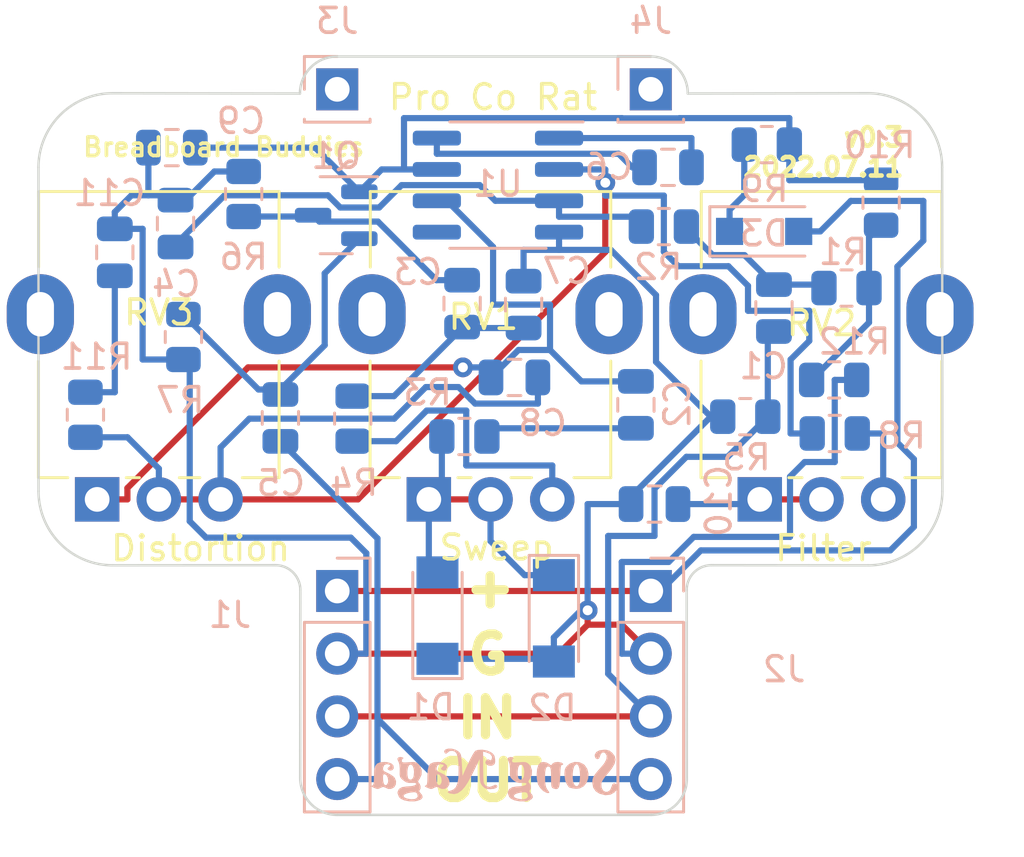
<source format=kicad_pcb>
(kicad_pcb (version 20211014) (generator pcbnew)
  (layers (0 "F.Cu" signal) (31 "B.Cu" signal) (34 "B.Paste" user) (35 "F.Paste" user) (36 "B.SilkS" user "B.Silkscreen") (37 "F.SilkS" user "F.Silkscreen") (38 "B.Mask" user) (39 "F.Mask" user) (44 "Edge.Cuts" user))
  (net 0 "")
  (net 1 "VA")
  (net 2 "GND")
  (net 3 "INPUT")
  (net 4 "Net-(C2-Pad2)")
  (net 5 "Net-(C3-Pad2)")
  (net 6 "Net-(C5-Pad1)")
  (net 7 "Net-(C6-Pad1)")
  (net 8 "OUTPUT")
  (net 9 "Net-(C2-Pad1)")
  (net 10 "Net-(C10-Pad1)")
  (net 11 "Net-(D3-Pad1)")
  (net 12 "+9V")
  (net 13 "VB")
  (net 14 "Net-(R4-Pad1)")
  (net 15 "Net-(R8-Pad1)")
  (net 17 "Net-(C1-Pad2)")
  (net 18 "Net-(C4-Pad1)")
  (net 19 "Net-(C6-Pad2)")
  (net 20 "Net-(C8-Pad1)")
  (net 21 "Net-(C11-Pad1)")
  (net 22 "Net-(C3-Pad1)")
  (net 23 "Net-(D1-Pad2)")
  (footprint "Potentiometer_THT:Potentiometer_Alpha_RD901F-40-00D_Single_Vertical" (layer "F.Cu") (at 33.11 40.85 90)
    (fp_text reference "RV1" (at 7.39 2.21) (layer "F.SilkS"))
    (fp_text value "A100K")
    (pad "" thru_hole oval (at 7.5 -2.3 180) (size 2.72 3.24) (drill oval 1.1 1.8) (layers *.Cu *.Mask))
    (pad "" thru_hole oval (at 7.5 7.3 180) (size 2.72 3.24) (drill oval 1.1 1.8) (layers *.Cu *.Mask))
    (pad "1" thru_hole rect (at 0 0 180) (size 1.8 1.8) (drill 1) (layers *.Cu *.Mask) (net 23 "Net-(D1-Pad2)"))
    (pad "2" thru_hole circle (at 0 2.5 180) (size 1.8 1.8) (drill 1) (layers *.Cu *.Mask) (net 23 "Net-(D1-Pad2)"))
    (pad "3" thru_hole circle (at 0 5 180) (size 1.8 1.8) (drill 1) (layers *.Cu *.Mask) (net 14 "Net-(R4-Pad1)"))
  )
  (footprint "Potentiometer_THT:Potentiometer_Alpha_RD901F-40-00D_Single_Vertical" (layer "F.Cu") (at 46.515 40.85 90)
    (fp_text reference "RV2" (at 7.14 2.5) (layer "F.SilkS"))
    (fp_text value "B1k")
    (pad "" thru_hole oval (at 7.5 -2.3 180) (size 2.72 3.24) (drill oval 1.1 1.8) (layers *.Cu *.Mask))
    (pad "" thru_hole oval (at 7.5 7.3 180) (size 2.72 3.24) (drill oval 1.1 1.8) (layers *.Cu *.Mask))
    (pad "1" thru_hole rect (at 0 0 180) (size 1.8 1.8) (drill 1) (layers *.Cu *.Mask) (net 10 "Net-(C10-Pad1)"))
    (pad "2" thru_hole circle (at 0 2.5 180) (size 1.8 1.8) (drill 1) (layers *.Cu *.Mask) (net 10 "Net-(C10-Pad1)"))
    (pad "3" thru_hole circle (at 0 5 180) (size 1.8 1.8) (drill 1) (layers *.Cu *.Mask) (net 15 "Net-(R8-Pad1)"))
  )
  (footprint "Potentiometer_THT:Potentiometer_Alpha_RD901F-40-00D_Single_Vertical" (layer "F.Cu") (at 19.675 40.85 90)
    (fp_text reference "RV3" (at 7.57 2.5) (layer "F.SilkS"))
    (fp_text value "A100k")
    (pad "" thru_hole oval (at 7.5 7.3 180) (size 2.72 3.24) (drill oval 1.1 1.8) (layers *.Cu *.Mask))
    (pad "" thru_hole oval (at 7.5 -2.3 180) (size 2.72 3.24) (drill oval 1.1 1.8) (layers *.Cu *.Mask))
    (pad "1" thru_hole rect (at 0 0 180) (size 1.8 1.8) (drill 1) (layers *.Cu *.Mask) (net 9 "Net-(C2-Pad1)"))
    (pad "2" thru_hole circle (at 0 2.5 180) (size 1.8 1.8) (drill 1) (layers *.Cu *.Mask) (net 20 "Net-(C8-Pad1)"))
    (pad "3" thru_hole circle (at 0 5 180) (size 1.8 1.8) (drill 1) (layers *.Cu *.Mask) (net 20 "Net-(C8-Pad1)"))
  )
  (footprint "Package_SO:SOIC-8_3.9x4.9mm_P1.27mm" (layer "B.Cu") (at 35.91 28.12 180)
    (fp_text reference "U1" (at 0 0.05) (layer "B.SilkS") (effects (justify mirror)))
    (fp_text value "LM308N")
    (pad "1" smd roundrect (at -2.475 1.905 180) (size 1.95 0.6) (layers "B.Cu" "B.Paste" "B.Mask") (net 19 "Net-(C6-Pad2)"))
    (pad "2" smd roundrect (at -2.475 0.635 180) (size 1.95 0.6) (layers "B.Cu" "B.Paste" "B.Mask") (net 20 "Net-(C8-Pad1)"))
    (pad "3" smd roundrect (at -2.475 -0.635 180) (size 1.95 0.6) (layers "B.Cu" "B.Paste" "B.Mask") (net 18 "Net-(C4-Pad1)"))
    (pad "4" smd roundrect (at -2.475 -1.905 180) (size 1.95 0.6) (layers "B.Cu" "B.Paste" "B.Mask") (net 2 "GND"))
    (pad "5" smd roundrect (at 2.475 -1.905 180) (size 1.95 0.6) (layers "B.Cu" "B.Paste" "B.Mask"))
    (pad "6" smd roundrect (at 2.475 -0.635 180) (size 1.95 0.6) (layers "B.Cu" "B.Paste" "B.Mask") (net 9 "Net-(C2-Pad1)"))
    (pad "7" smd roundrect (at 2.475 0.635 180) (size 1.95 0.6) (layers "B.Cu" "B.Paste" "B.Mask") (net 1 "VA"))
    (pad "8" smd roundrect (at 2.475 1.905 180) (size 1.95 0.6) (layers "B.Cu" "B.Paste" "B.Mask") (net 7 "Net-(C6-Pad1)"))
  )
  (footprint "Resistor_SMD:R_0805_2012Metric" (layer "B.Cu") (at 45.928 37.5)
    (fp_text reference "R5" (at 0.05 1.65 180) (layer "B.SilkS") (effects (justify mirror)))
    (fp_text value "1M")
    (pad "1" smd roundrect (at -0.9125 0) (size 1.025 1.4) (layers "B.Cu" "B.Paste" "B.Mask") (roundrect_rratio 0.243902) (net 2 "GND"))
    (pad "2" smd roundrect (at 0.9125 0) (size 1.025 1.4) (layers "B.Cu" "B.Paste" "B.Mask") (roundrect_rratio 0.243902) (net 3 "INPUT"))
  )
  (footprint "Resistor_SMD:R_0805_2012Metric" (layer "B.Cu") (at 25.61 28.48 -90)
    (fp_text reference "R6" (at 2.55 0 180) (layer "B.SilkS") (effects (justify mirror)))
    (fp_text value "1M")
    (pad "1" smd roundrect (at -0.9125 0 270) (size 1.025 1.4) (layers "B.Cu" "B.Paste" "B.Mask") (roundrect_rratio 0.243902) (net 2 "GND"))
    (pad "2" smd roundrect (at 0.9125 0 270) (size 1.025 1.4) (layers "B.Cu" "B.Paste" "B.Mask") (roundrect_rratio 0.243902) (net 5 "Net-(C3-Pad2)"))
  )
  (footprint "LOGO" (layer "B.Cu") (at 35.76 51.8 180)
    (fp_text reference "G1" hide)
    (fp_text value "LOGO" hide)
  )
  (footprint "Capacitor_SMD:C_0805_2012Metric" (layer "B.Cu") (at 36.948 32.96 -90)
    (fp_text reference "C7" (at -1.36 -1.75 180) (layer "B.SilkS") (effects (justify mirror)))
    (fp_text value "3.3nF")
    (pad "1" smd roundrect (at -0.95 0 270) (size 1 1.45) (layers "B.Cu" "B.Paste" "B.Mask") (net 2 "GND"))
    (pad "2" smd roundrect (at 0.95 0 270) (size 1 1.45) (layers "B.Cu" "B.Paste" "B.Mask") (net 22 "Net-(C3-Pad1)"))
  )
  (footprint "Capacitor_SMD:C_0805_2012Metric" (layer "B.Cu") (at 41.498 37.02 -90)
    (fp_text reference "C2" (at -0.04 -1.68 -90) (layer "B.SilkS") (effects (justify mirror)))
    (fp_text value "4.7uF")
    (pad "1" smd roundrect (at -0.95 0 270) (size 1 1.45) (layers "B.Cu" "B.Paste" "B.Mask") (net 9 "Net-(C2-Pad1)"))
    (pad "2" smd roundrect (at 0.95 0 270) (size 1 1.45) (layers "B.Cu" "B.Paste" "B.Mask") (net 4 "Net-(C2-Pad2)"))
  )
  (footprint "Resistor_SMD:R_0805_2012Metric" (layer "B.Cu") (at 46.8 26.48)
    (fp_text reference "R9" (at -0.1 1.8) (layer "B.SilkS") (effects (justify mirror)))
    (fp_text value "47R")
    (pad "1" smd roundrect (at -0.9125 0) (size 1.025 1.4) (layers "B.Cu" "B.Paste" "B.Mask") (roundrect_rratio 0.243902) (net 11 "Net-(D3-Pad1)"))
    (pad "2" smd roundrect (at 0.9125 0) (size 1.025 1.4) (layers "B.Cu" "B.Paste" "B.Mask") (roundrect_rratio 0.243902) (net 1 "VA"))
  )
  (footprint "Connector_PinSocket_2.54mm:PinSocket_1x01_P2.54mm_Vertical" (layer "B.Cu") (at 42.1 24.24 180)
    (fp_text reference "J4" (at 0 2.77) (layer "B.SilkS") (effects (justify mirror)))
    (fp_text value "Conn_01x01_Male")
    (pad "1" thru_hole rect (at 0 0 180) (size 1.7 1.7) (drill 1) (layers *.Cu *.Mask))
  )
  (footprint "Resistor_SMD:R_0805_2012Metric" (layer "B.Cu") (at 23.17 34.272 90)
    (fp_text reference "R7" (at -2.56 -0.13 180) (layer "B.SilkS") (effects (justify mirror)))
    (fp_text value "10k")
    (pad "1" smd roundrect (at -0.9125 0 90) (size 1.025 1.4) (layers "B.Cu" "B.Paste" "B.Mask") (roundrect_rratio 0.243902) (net 2 "GND"))
    (pad "2" smd roundrect (at 0.9125 0 90) (size 1.025 1.4) (layers "B.Cu" "B.Paste" "B.Mask") (roundrect_rratio 0.243902) (net 6 "Net-(C5-Pad1)"))
  )
  (footprint "Resistor_SMD:R_0805_2012Metric" (layer "B.Cu") (at 49.528 36.01 180)
    (fp_text reference "R12" (at -0.82 1.55 180) (layer "B.SilkS") (effects (justify mirror)))
    (fp_text value "100k")
    (pad "1" smd roundrect (at -0.9125 0 180) (size 1.025 1.4) (layers "B.Cu" "B.Paste" "B.Mask") (roundrect_rratio 0.243902) (net 2 "GND"))
    (pad "2" smd roundrect (at 0.9125 0 180) (size 1.025 1.4) (layers "B.Cu" "B.Paste" "B.Mask") (roundrect_rratio 0.243902) (net 13 "VB"))
  )
  (footprint "Resistor_SMD:R_0805_2012Metric" (layer "B.Cu") (at 49.552 38.18 180)
    (fp_text reference "R8" (at -2.71 -0.09) (layer "B.SilkS") (effects (justify mirror)))
    (fp_text value "47R")
    (pad "1" smd roundrect (at -0.9125 0 180) (size 1.025 1.4) (layers "B.Cu" "B.Paste" "B.Mask") (roundrect_rratio 0.243902) (net 15 "Net-(R8-Pad1)"))
    (pad "2" smd roundrect (at 0.9125 0 180) (size 1.025 1.4) (layers "B.Cu" "B.Paste" "B.Mask") (roundrect_rratio 0.243902) (net 20 "Net-(C8-Pad1)"))
  )
  (footprint "Capacitor_SMD:C_0805_2012Metric" (layer "B.Cu") (at 34.458 32.92 90)
    (fp_text reference "C3" (at 1.28 -1.79 180) (layer "B.SilkS") (effects (justify mirror)))
    (fp_text value "22nF")
    (pad "1" smd roundrect (at -0.95 0 90) (size 1 1.45) (layers "B.Cu" "B.Paste" "B.Mask") (net 22 "Net-(C3-Pad1)"))
    (pad "2" smd roundrect (at 0.95 0 90) (size 1 1.45) (layers "B.Cu" "B.Paste" "B.Mask") (net 5 "Net-(C3-Pad2)"))
  )
  (footprint "Resistor_SMD:R_0805_2012Metric" (layer "B.Cu") (at 30.028 37.58 90)
    (fp_text reference "R4" (at -2.6 0.05 180) (layer "B.SilkS") (effects (justify mirror)))
    (fp_text value "1.5k")
    (pad "1" smd roundrect (at -0.9125 0 90) (size 1.025 1.4) (layers "B.Cu" "B.Paste" "B.Mask") (roundrect_rratio 0.243902) (net 14 "Net-(R4-Pad1)"))
    (pad "2" smd roundrect (at 0.9125 0 90) (size 1.025 1.4) (layers "B.Cu" "B.Paste" "B.Mask") (roundrect_rratio 0.243902) (net 22 "Net-(C3-Pad1)"))
  )
  (footprint "Capacitor_SMD:C_0805_2012Metric" (layer "B.Cu") (at 36.578 35.91 180)
    (fp_text reference "C8" (at -1.14 -1.85) (layer "B.SilkS") (effects (justify mirror)))
    (fp_text value "100pF")
    (pad "1" smd roundrect (at -0.95 0 180) (size 1 1.45) (layers "B.Cu" "B.Paste" "B.Mask") (net 20 "Net-(C8-Pad1)"))
    (pad "2" smd roundrect (at 0.95 0 180) (size 1 1.45) (layers "B.Cu" "B.Paste" "B.Mask") (net 9 "Net-(C2-Pad1)"))
  )
  (footprint "Capacitor_SMD:C_0805_2012Metric" (layer "B.Cu") (at 27.098 37.55 -90)
    (fp_text reference "C5" (at 2.65 -0.02 180) (layer "B.SilkS") (effects (justify mirror)))
    (fp_text value "1uF")
    (pad "1" smd roundrect (at -0.95 0 270) (size 1 1.45) (layers "B.Cu" "B.Paste" "B.Mask") (net 6 "Net-(C5-Pad1)"))
    (pad "2" smd roundrect (at 0.95 0 270) (size 1 1.45) (layers "B.Cu" "B.Paste" "B.Mask") (net 8 "OUTPUT"))
  )
  (footprint "Resistor_SMD:R_0805_2012Metric" (layer "B.Cu") (at 34.55 38.302 180)
    (fp_text reference "R3" (at 1.49 1.78) (layer "B.SilkS") (effects (justify mirror)))
    (fp_text value "1k")
    (pad "1" smd roundrect (at -0.9125 0 180) (size 1.025 1.4) (layers "B.Cu" "B.Paste" "B.Mask") (roundrect_rratio 0.243902) (net 4 "Net-(C2-Pad2)"))
    (pad "2" smd roundrect (at 0.9125 0 180) (size 1.025 1.4) (layers "B.Cu" "B.Paste" "B.Mask") (roundrect_rratio 0.243902) (net 23 "Net-(D1-Pad2)"))
  )
  (footprint "Resistor_SMD:R_0805_2012Metric" (layer "B.Cu") (at 50.028 32.29 180)
    (fp_text reference "R1" (at 0.14 1.46) (layer "B.SilkS") (effects (justify mirror)))
    (fp_text value "1M")
    (pad "1" smd roundrect (at -0.9125 0 180) (size 1.025 1.4) (layers "B.Cu" "B.Paste" "B.Mask") (roundrect_rratio 0.243902) (net 13 "VB"))
    (pad "2" smd roundrect (at 0.9125 0 180) (size 1.025 1.4) (layers "B.Cu" "B.Paste" "B.Mask") (roundrect_rratio 0.243902) (net 17 "Net-(C1-Pad2)"))
  )
  (footprint "Connector_PinHeader_2.54mm:PinHeader_1x04_P2.54mm_Vertical" (layer "B.Cu") (at 42.1 44.56 180)
    (fp_text reference "J2" (at -5.4 -3.17) (layer "B.SilkS") (effects (justify mirror)))
    (fp_text value "Conn_01x04_Male")
    (pad "1" thru_hole rect (at 0 0 180) (size 1.7 1.7) (drill 1) (layers *.Cu *.Mask) (net 12 "+9V"))
    (pad "2" thru_hole oval (at 0 -2.54 180) (size 1.7 1.7) (drill 1) (layers *.Cu *.Mask) (net 2 "GND"))
    (pad "3" thru_hole oval (at 0 -5.08 180) (size 1.7 1.7) (drill 1) (layers *.Cu *.Mask) (net 3 "INPUT"))
    (pad "4" thru_hole oval (at 0 -7.62 180) (size 1.7 1.7) (drill 1) (layers *.Cu *.Mask) (net 8 "OUTPUT"))
  )
  (footprint "Package_TO_SOT_SMD:SOT-23" (layer "B.Cu") (at 29.3586 29.3394 180)
    (fp_text reference "Q1" (at 0 2.4) (layer "B.SilkS") (effects (justify mirror)))
    (fp_text value "2N5457")
    (pad "1" smd roundrect (at -0.9375 0.95 180) (size 1.475 0.6) (layers "B.Cu" "B.Paste" "B.Mask") (net 1 "VA"))
    (pad "2" smd roundrect (at -0.9375 -0.95 180) (size 1.475 0.6) (layers "B.Cu" "B.Paste" "B.Mask") (net 6 "Net-(C5-Pad1)"))
    (pad "3" smd roundrect (at 0.9375 0 180) (size 1.475 0.6) (layers "B.Cu" "B.Paste" "B.Mask") (net 5 "Net-(C3-Pad2)"))
  )
  (footprint "Resistor_SMD:R_0805_2012Metric" (layer "B.Cu") (at 51.43 28.832 -90)
    (fp_text reference "R10" (at -2.33 0.06 180) (layer "B.SilkS") (effects (justify mirror)))
    (fp_text value "100k")
    (pad "1" smd roundrect (at -0.9125 0 270) (size 1.025 1.4) (layers "B.Cu" "B.Paste" "B.Mask") (roundrect_rratio 0.243902) (net 1 "VA"))
    (pad "2" smd roundrect (at 0.9125 0 270) (size 1.025 1.4) (layers "B.Cu" "B.Paste" "B.Mask") (roundrect_rratio 0.243902) (net 13 "VB"))
  )
  (footprint "Diode_SMD:D_MiniMELF" (layer "B.Cu") (at 38.175 45.668 -90)
    (fp_text reference "D2" (at 3.63 0.06 180) (layer "B.SilkS") (effects (justify mirror)))
    (fp_text value "D_Small")
    (pad "1" smd rect (at -1.75 0 270) (size 1.3 1.7) (layers "B.Cu" "B.Paste" "B.Mask") (net 23 "Net-(D1-Pad2)"))
    (pad "2" smd rect (at 1.75 0 270) (size 1.3 1.7) (layers "B.Cu" "B.Paste" "B.Mask") (net 2 "GND"))
  )
  (footprint "Capacitor_SMD:C_0805_2012Metric" (layer "B.Cu") (at 42.798 27.4)
    (fp_text reference "C6" (at -2.4 -0.02) (layer "B.SilkS") (effects (justify mirror)))
    (fp_text value "30pF")
    (pad "1" smd roundrect (at -0.95 0) (size 1 1.45) (layers "B.Cu" "B.Paste" "B.Mask") (net 7 "Net-(C6-Pad1)"))
    (pad "2" smd roundrect (at 0.95 0) (size 1 1.45) (layers "B.Cu" "B.Paste" "B.Mask") (net 19 "Net-(C6-Pad2)"))
  )
  (footprint "Connector_PinHeader_2.54mm:PinHeader_1x04_P2.54mm_Vertical" (layer "B.Cu") (at 29.4 44.56 180)
    (fp_text reference "J1" (at 4.35 -0.97) (layer "B.SilkS") (effects (justify mirror)))
    (fp_text value "Conn_01x04_Male")
    (pad "1" thru_hole rect (at 0 0 180) (size 1.7 1.7) (drill 1) (layers *.Cu *.Mask) (net 12 "+9V"))
    (pad "2" thru_hole oval (at 0 -2.54 180) (size 1.7 1.7) (drill 1) (layers *.Cu *.Mask) (net 2 "GND"))
    (pad "3" thru_hole oval (at 0 -5.08 180) (size 1.7 1.7) (drill 1) (layers *.Cu *.Mask) (net 3 "INPUT"))
    (pad "4" thru_hole oval (at 0 -7.62 180) (size 1.7 1.7) (drill 1) (layers *.Cu *.Mask) (net 8 "OUTPUT"))
  )
  (footprint "Resistor_SMD:R_0805_2012Metric" (layer "B.Cu") (at 42.63 29.8 180)
    (fp_text reference "R2" (at 0.23 -1.64) (layer "B.SilkS") (effects (justify mirror)))
    (fp_text value "1k")
    (pad "1" smd roundrect (at -0.9125 0 180) (size 1.025 1.4) (layers "B.Cu" "B.Paste" "B.Mask") (roundrect_rratio 0.243902) (net 17 "Net-(C1-Pad2)"))
    (pad "2" smd roundrect (at 0.9125 0 180) (size 1.025 1.4) (layers "B.Cu" "B.Paste" "B.Mask") (roundrect_rratio 0.243902) (net 18 "Net-(C4-Pad1)"))
  )
  (footprint "Connector_PinSocket_2.54mm:PinSocket_1x01_P2.54mm_Vertical" (layer "B.Cu") (at 29.4 24.24 180)
    (fp_text reference "J3" (at 0 2.77) (layer "B.SilkS") (effects (justify mirror)))
    (fp_text value "Conn_01x01_Male")
    (pad "1" thru_hole rect (at 0 0 180) (size 1.7 1.7) (drill 1) (layers *.Cu *.Mask))
  )
  (footprint "Capacitor_SMD:C_0805_2012Metric" (layer "B.Cu") (at 20.39 30.842 90)
    (fp_text reference "C11" (at 2.4 -0.22 180) (layer "B.SilkS") (effects (justify mirror)))
    (fp_text value "4.7uF")
    (pad "1" smd roundrect (at -0.95 0 90) (size 1 1.45) (layers "B.Cu" "B.Paste" "B.Mask") (net 21 "Net-(C11-Pad1)"))
    (pad "2" smd roundrect (at 0.95 0 90) (size 1 1.45) (layers "B.Cu" "B.Paste" "B.Mask") (net 2 "GND"))
  )
  (footprint "Diode_SMD:D_SOD-123F" (layer "B.Cu") (at 46.692 29.995)
    (fp_text reference "D3" (at -0.007 0.085 180) (layer "B.SilkS") (effects (justify mirror)))
    (fp_text value "SM5817")
    (pad "1" smd rect (at -1.4 0) (size 1.1 1.1) (layers "B.Cu" "B.Paste" "B.Mask") (net 11 "Net-(D3-Pad1)"))
    (pad "2" smd rect (at 1.4 0) (size 1.1 1.1) (layers "B.Cu" "B.Paste" "B.Mask") (net 12 "+9V"))
  )
  (footprint "Resistor_SMD:R_0805_2012Metric" (layer "B.Cu") (at 19.2 37.422 -90)
    (fp_text reference "R11" (at -2.35 -0.45 180) (layer "B.SilkS") (effects (justify mirror)))
    (fp_text value "560R")
    (pad "1" smd roundrect (at -0.9125 0 270) (size 1.025 1.4) (layers "B.Cu" "B.Paste" "B.Mask") (roundrect_rratio 0.243902) (net 21 "Net-(C11-Pad1)"))
    (pad "2" smd roundrect (at 0.9125 0 270) (size 1.025 1.4) (layers "B.Cu" "B.Paste" "B.Mask") (roundrect_rratio 0.243902) (net 20 "Net-(C8-Pad1)"))
  )
  (footprint "Capacitor_SMD:C_0805_2012Metric" (layer "B.Cu") (at 42.252 41.04 180)
    (fp_text reference "C10" (at -2.6 0.13 90) (layer "B.SilkS") (effects (justify mirror)))
    (fp_text value "2.2uF")
    (pad "1" smd roundrect (at -0.95 0 180) (size 1 1.45) (layers "B.Cu" "B.Paste" "B.Mask") (net 10 "Net-(C10-Pad1)"))
    (pad "2" smd roundrect (at 0.95 0 180) (size 1 1.45) (layers "B.Cu" "B.Paste" "B.Mask") (net 2 "GND"))
  )
  (footprint "Capacitor_SMD:C_0805_2012Metric" (layer "B.Cu") (at 22.85 29.678 90)
    (fp_text reference "C4" (at -2.45 0.03 180) (layer "B.SilkS") (effects (justify mirror)))
    (fp_text value "1nF")
    (pad "1" smd roundrect (at -0.95 0 90) (size 1 1.45) (layers "B.Cu" "B.Paste" "B.Mask") (net 18 "Net-(C4-Pad1)"))
    (pad "2" smd roundrect (at 0.95 0 90) (size 1 1.45) (layers "B.Cu" "B.Paste" "B.Mask") (net 2 "GND"))
  )
  (footprint "Capacitor_SMD:C_0805_2012Metric" (layer "B.Cu") (at 22.7005 26.602 180)
    (fp_text reference "C9" (at -2.8 1.08) (layer "B.SilkS") (effects (justify mirror)))
    (fp_text value "100nF")
    (pad "1" smd roundrect (at -0.95 0 180) (size 1 1.45) (layers "B.Cu" "B.Paste" "B.Mask") (net 1 "VA"))
    (pad "2" smd roundrect (at 0.95 0 180) (size 1 1.45) (layers "B.Cu" "B.Paste" "B.Mask") (net 2 "GND"))
  )
  (footprint "Capacitor_SMD:C_0805_2012Metric" (layer "B.Cu") (at 47.0905 33.1 90)
    (fp_text reference "C1" (at -2.36 -0.42 180) (layer "B.SilkS") (effects (justify mirror)))
    (fp_text value "22n")
    (pad "1" smd roundrect (at -0.95 0 90) (size 1 1.45) (layers "B.Cu" "B.Paste" "B.Mask") (net 3 "INPUT"))
    (pad "2" smd roundrect (at 0.95 0 90) (size 1 1.45) (layers "B.Cu" "B.Paste" "B.Mask") (net 17 "Net-(C1-Pad2)"))
  )
  (footprint "Diode_SMD:D_MiniMELF" (layer "B.Cu") (at 33.46 45.558 90)
    (fp_text reference "D1" (at -3.712 -0.272 180) (layer "B.SilkS") (effects (justify mirror)))
    (fp_text value "D_Small")
    (pad "1" smd rect (at -1.75 0 90) (size 1.3 1.7) (layers "B.Cu" "B.Paste" "B.Mask") (net 2 "GND"))
    (pad "2" smd rect (at 1.75 0 90) (size 1.3 1.7) (layers "B.Cu" "B.Paste" "B.Mask") (net 23 "Net-(D1-Pad2)"))
  )
  (gr_arc (start 53.911666 40.52) (mid 53.032498 42.642498) (end 50.91 43.521666) (layer "Edge.Cuts") (width 0.1))
  (gr_line (start 44.56 43.515013) (end 50.91 43.521666) (layer "Edge.Cuts") (width 0.1))
  (gr_line (start 42.11 53.630137) (end 29.4 53.630137) (layer "Edge.Cuts") (width 0.1))
  (gr_line (start 27.904987 44.52) (end 27.899867 52.13) (layer "Edge.Cuts") (width 0.1))
  (gr_line (start 42.1001 22.909967) (end 29.39 22.909967) (layer "Edge.Cuts") (width 0.1))
  (gr_line (start 53.911666 40.52) (end 53.901666 27.4) (layer "Edge.Cuts") (width 0.1))
  (gr_arc (start 43.560137 52.18) (mid 43.135402 53.205402) (end 42.11 53.630137) (layer "Edge.Cuts") (width 0.1))
  (gr_line (start 43.560137 52.18) (end 43.555013 44.52) (layer "Edge.Cuts") (width 0.1))
  (gr_arc (start 26.9 43.515013) (mid 27.610633 43.809367) (end 27.904987 44.52) (layer "Edge.Cuts") (width 0.1))
  (gr_arc (start 50.9 24.398334) (mid 53.022498 25.277502) (end 53.901666 27.4) (layer "Edge.Cuts") (width 0.1))
  (gr_line (start 50.9 24.398334) (end 43.600133 24.41) (layer "Edge.Cuts") (width 0.1))
  (gr_arc (start 43.555013 44.52) (mid 43.849367 43.809367) (end 44.56 43.515013) (layer "Edge.Cuts") (width 0.1))
  (gr_arc (start 17.298334 27.4) (mid 18.177502 25.277502) (end 20.3 24.398334) (layer "Edge.Cuts") (width 0.1))
  (gr_arc (start 42.1001 22.909967) (mid 43.160784 23.349316) (end 43.600133 24.41) (layer "Edge.Cuts") (width 0.1))
  (gr_arc (start 29.4 53.630133) (mid 28.339246 53.190754) (end 27.899867 52.13) (layer "Edge.Cuts") (width 0.1))
  (gr_line (start 27.89 24.41) (end 20.3 24.398334) (layer "Edge.Cuts") (width 0.1))
  (gr_arc (start 27.889967 24.41) (mid 28.329316 23.349316) (end 29.39 22.909967) (layer "Edge.Cuts") (width 0.1))
  (gr_line (start 20.3 43.52) (end 26.9 43.515013) (layer "Edge.Cuts") (width 0.1))
  (gr_line (start 17.298334 27.4) (end 17.3 40.52) (layer "Edge.Cuts") (width 0.1))
  (gr_arc (start 20.3 43.52) (mid 18.17868 42.64132) (end 17.3 40.52) (layer "Edge.Cuts") (width 0.1))
  (gr_text "Sweep" (at 35.855 42.8) (layer "F.SilkS") (effects (font (size 1 1))))
  (gr_text "Distortion" (at 23.865 42.83) (layer "F.SilkS") (effects (font (size 1 1))))
  (gr_text "Filter" (at 49.095 42.83) (layer "F.SilkS") (effects (font (size 1 1))))
  (gr_text "Pro Co Rat" (at 35.71 24.56) (layer "F.SilkS") (effects (font (size 1 1))))
  (gr_text "IN" (at 35.475715 49.71) (layer "F.SilkS") (effects (font (size 1.5 1.5) (thickness 0.375))))
  (gr_text "Breadboard Buddies" (at 24.8 26.58) (layer "F.SilkS") (effects (font (size 0.75 0.75))))
  (gr_text "+" (at 35.594762 44.41) (layer "F.SilkS") (effects (font (size 1.5 1.5) (thickness 0.375))))
  (gr_text "OUT" (at 35.49 52.25) (layer "F.SilkS") (effects (font (size 1.5 1.5) (thickness 0.375))))
  (gr_text "v0.3\n2022.07.11" (at 52.43 26.79) (layer "F.SilkS") (effects (font (size 0.75 0.75) (thickness 0.1875)) (justify right)))
  (gr_text "G" (at 35.51381 47.13) (layer "F.SilkS") (effects (font (size 1.5 1.5) (thickness 0.375))))
  (segment (start 32.1045 25.406) (end 32.1045 27.485) (width 0.25) (layer "B.Cu") (net 1))
  (segment (start 47.7125 25.406) (end 43.274511 25.406) (width 0.25) (layer "B.Cu") (net 1))
  (segment (start 43.266 25.414511) (end 40.934 25.414511) (width 0.25) (layer "B.Cu") (net 1))
  (segment (start 43.274511 25.406) (end 43.266 25.414511) (width 0.25) (layer "B.Cu") (net 1))
  (segment (start 32.1045 27.485) (end 31.2005 27.485) (width 0.25) (layer "B.Cu") (net 1))
  (segment (start 31.2005 27.485) (end 30.2961 28.3894) (width 0.25) (layer "B.Cu") (net 1))
  (segment (start 40.925489 25.406) (end 32.1045 25.406) (width 0.25) (layer "B.Cu") (net 1))
  (segment (start 23.6505 26.602) (end 28.5087 26.602) (width 0.25) (layer "B.Cu") (net 1))
  (segment (start 40.934 25.414511) (end 40.925489 25.406) (width 0.25) (layer "B.Cu") (net 1))
  (segment (start 47.7125 26.48) (end 47.7125 25.406) (width 0.25) (layer "B.Cu") (net 1))
  (segment (start 51.43 27.9195) (end 47.7125 27.9195) (width 0.25) (layer "B.Cu") (net 1))
  (segment (start 28.5087 26.602) (end 30.2961 28.3894) (width 0.25) (layer "B.Cu") (net 1))
  (segment (start 47.7125 27.9195) (end 47.7125 26.48) (width 0.25) (layer "B.Cu") (net 1))
  (segment (start 32.1045 27.485) (end 33.435 27.485) (width 0.25) (layer "B.Cu") (net 1))
  (segment (start 40.9247 45.9247) (end 42.1 47.1) (width 0.25) (layer "F.Cu") (net 2))
  (segment (start 39.5435 45.9247) (end 40.9247 45.9247) (width 0.25) (layer "F.Cu") (net 2))
  (segment (start 38.3682 47.1) (end 39.5435 45.9247) (width 0.25) (layer "F.Cu") (net 2))
  (segment (start 29.4 47.1) (end 38.3682 47.1) (width 0.25) (layer "F.Cu") (net 2))
  (segment (start 39.5435 45.9247) (end 39.5435 45.343) (width 0.25) (layer "F.Cu") (net 2))
  (via (at 39.5435 45.343) (size 0.8) (drill 0.4) (layers "F.Cu" "B.Cu") (net 2))
  (segment (start 39.5435 45.343) (end 39.5435 41.04) (width 0.25) (layer "B.Cu") (net 2))
  (segment (start 43.841 42.3687) (end 47.7404 42.3687) (width 0.25) (layer "B.Cu") (net 2))
  (segment (start 41.302 40.7292) (end 44.5312 37.5) (width 0.25) (layer "B.Cu") (net 2))
  (segment (start 30.5779 47.1) (end 30.5779 43.0279) (width 0.25) (layer "B.Cu") (net 2))
  (segment (start 36.948 30.7435) (end 38.385 30.7435) (width 0.25) (layer "B.Cu") (net 2))
  (segment (start 47.7404 39.9296) (end 48.3332 39.3368) (width 0.25) (layer "B.Cu") (net 2))
  (segment (start 38.385 30.7435) (end 40.4822 30.7435) (width 0.25) (layer "B.Cu") (net 2))
  (segment (start 20.39 29.21) (end 20.39 29.892) (width 0.25) (layer "B.Cu") (net 2))
  (segment (start 47.7404 42.3687) (end 47.7404 39.9296) (width 0.25) (layer "B.Cu") (net 2))
  (segment (start 42.1 47.1) (end 40.9247 47.1) (width 0.25) (layer "B.Cu") (net 2))
  (segment (start 21.7505 28.5315) (end 21.0685 28.5315) (width 0.25) (layer "B.Cu") (net 2))
  (segment (start 21.7505 28.5315) (end 22.6535 28.5315) (width 0.25) (layer "B.Cu") (net 2))
  (segment (start 24.0899 42.3999) (end 23.425 41.735) (width 0.25) (layer "B.Cu") (net 2))
  (segment (start 40.9247 43.3847) (end 42.825 43.3847) (width 0.25) (layer "B.Cu") (net 2))
  (segment (start 38.065 47.308) (end 38.175 47.418) (width 0.25) (layer "B.Cu") (net 2))
  (segment (start 29.9499 42.3999) (end 24.0899 42.3999) (width 0.25) (layer "B.Cu") (net 2))
  (segment (start 40.9247 47.1) (end 40.9247 43.3847) (width 0.25) (layer "B.Cu") (net 2))
  (segment (start 21.7505 26.602) (end 21.7505 28.5315) (width 0.25) (layer "B.Cu") (net 2))
  (segment (start 38.175 47.418) (end 38.175 46.4427) (width 0.25) (layer "B.Cu") (net 2))
  (segment (start 39.5435 41.04) (end 41.302 41.04) (width 0.25) (layer "B.Cu") (net 2))
  (segment (start 29.4 47.1) (end 30.5779 47.1) (width 0.25) (layer "B.Cu") (net 2))
  (segment (start 25.61 27.5675) (end 24.4251 27.5675) (width 0.25) (layer "B.Cu") (net 2))
  (segment (start 21.5171 35.1845) (end 21.5171 29.892) (width 0.25) (layer "B.Cu") (net 2))
  (segment (start 48.3332 39.3368) (end 49.552 39.3368) (width 0.25) (layer "B.Cu") (net 2))
  (segment (start 39.2747 45.343) (end 39.5435 45.343) (width 0.25) (layer "B.Cu") (net 2))
  (segment (start 44.5312 37.5) (end 45.0155 37.5) (width 0.25) (layer "B.Cu") (net 2))
  (segment (start 23.2646 28.728) (end 22.85 28.728) (width 0.25) (layer "B.Cu") (net 2))
  (segment (start 41.302 41.04) (end 41.302 40.7292) (width 0.25) (layer "B.Cu") (net 2))
  (segment (start 30.5779 43.0279) (end 29.9499 42.3999) (width 0.25) (layer "B.Cu") (net 2))
  (segment (start 21.0685 28.5315) (end 20.39 29.21) (width 0.25) (layer "B.Cu") (net 2))
  (segment (start 23.425 41.735) (end 23.425 35.4395) (width 0.25) (layer "B.Cu") (net 2))
  (segment (start 49.552 36.01) (end 50.4405 36.01) (width 0.25) (layer "B.Cu") (net 2))
  (segment (start 42.3125 32.5738) (end 42.3125 35.2813) (width 0.25) (layer "B.Cu") (net 2))
  (segment (start 23.425 35.4395) (end 23.17 35.1845) (width 0.25) (layer "B.Cu") (net 2))
  (segment (start 22.6535 28.5315) (end 22.85 28.728) (width 0.25) (layer "B.Cu") (net 2))
  (segment (start 40.4822 30.7435) (end 42.3125 32.5738) (width 0.25) (layer "B.Cu") (net 2))
  (segment (start 42.3125 35.2813) (end 44.5312 37.5) (width 0.25) (layer "B.Cu") (net 2))
  (segment (start 38.385 30.7435) (end 38.385 30.025) (width 0.25) (layer "B.Cu") (net 2))
  (segment (start 42.825 43.3847) (end 43.841 42.3687) (width 0.25) (layer "B.Cu") (net 2))
  (segment (start 24.4251 27.5675) (end 23.2646 28.728) (width 0.25) (layer "B.Cu") (net 2))
  (segment (start 38.175 46.4427) (end 39.2747 45.343) (width 0.25) (layer "B.Cu") (net 2))
  (segment (start 49.552 39.3368) (end 49.552 36.01) (width 0.25) (layer "B.Cu") (net 2))
  (segment (start 21.5171 29.892) (end 20.39 29.892) (width 0.25) (layer "B.Cu") (net 2))
  (segment (start 36.948 32.01) (end 36.948 30.7435) (width 0.25) (layer "B.Cu") (net 2))
  (segment (start 23.17 35.1845) (end 21.5171 35.1845) (width 0.25) (layer "B.Cu") (net 2))
  (segment (start 33.46 47.308) (end 38.065 47.308) (width 0.25) (layer "B.Cu") (net 2))
  (segment (start 29.4 49.64) (end 42.1 49.64) (width 0.25) (layer "F.Cu") (net 3))
  (segment (start 40.3744 47.9144) (end 40.3744 42.33) (width 0.25) (layer "B.Cu") (net 3))
  (segment (start 42.1 49.64) (end 40.3744 47.9144) (width 0.25) (layer "B.Cu") (net 3))
  (segment (start 47.0905 34.05) (end 46.8405 34.3) (width 0.25) (layer "B.Cu") (net 3))
  (segment (start 43.542 39.1261) (end 45.2144 39.1261) (width 0.25) (layer "B.Cu") (net 3))
  (segment (start 45.2144 39.1261) (end 46.8405 37.5) (width 0.25) (layer "B.Cu") (net 3))
  (segment (start 42.252 40.4161) (end 43.542 39.1261) (width 0.25) (layer "B.Cu") (net 3))
  (segment (start 46.8405 34.3) (end 46.8405 37.5) (width 0.25) (layer "B.Cu") (net 3))
  (segment (start 42.252 42.33) (end 42.252 40.4161) (width 0.25) (layer "B.Cu") (net 3))
  (segment (start 40.3744 42.33) (end 42.252 42.33) (width 0.25) (layer "B.Cu") (net 3))
  (segment (start 35.7945 37.97) (end 41.498 37.97) (width 0.25) (layer "B.Cu") (net 4))
  (segment (start 35.4625 38.302) (end 35.7945 37.97) (width 0.25) (layer "B.Cu") (net 4))
  (segment (start 28.368 29.3925) (end 28.4211 29.3394) (width 0.25) (layer "B.Cu") (net 5))
  (segment (start 33.4208 31.97) (end 34.458 31.97) (width 0.25) (layer "B.Cu") (net 5))
  (segment (start 25.61 29.3925) (end 28.368 29.3925) (width 0.25) (layer "B.Cu") (net 5))
  (segment (start 31.0486 29.5978) (end 33.4208 31.97) (width 0.25) (layer "B.Cu") (net 5))
  (segment (start 28.4211 29.3394) (end 28.6795 29.5978) (width 0.25) (layer "B.Cu") (net 5))
  (segment (start 28.6795 29.5978) (end 31.0486 29.5978) (width 0.25) (layer "B.Cu") (net 5))
  (segment (start 26.21 36.3995) (end 23.17 33.3595) (width 0.25) (layer "B.Cu") (net 6))
  (segment (start 28.8925 34.605) (end 27.098 36.3995) (width 0.25) (layer "B.Cu") (net 6))
  (segment (start 27.098 36.3995) (end 26.21 36.3995) (width 0.25) (layer "B.Cu") (net 6))
  (segment (start 30.2961 30.2894) (end 28.8925 31.693) (width 0.25) (layer "B.Cu") (net 6))
  (segment (start 28.8925 31.693) (end 28.8925 34.605) (width 0.25) (layer "B.Cu") (net 6))
  (segment (start 27.098 36.3995) (end 27.098 36.6) (width 0.25) (layer "B.Cu") (net 6))
  (segment (start 41.35 27.4) (end 40.8 26.85) (width 0.25) (layer "B.Cu") (net 7))
  (segment (start 33.435 26.85) (end 33.435 26.215) (width 0.25) (layer "B.Cu") (net 7))
  (segment (start 40.8 26.85) (end 33.435 26.85) (width 0.25) (layer "B.Cu") (net 7))
  (segment (start 41.848 27.4) (end 41.35 27.4) (width 0.25) (layer "B.Cu") (net 7))
  (segment (start 31.0308 42.4328) (end 27.098 38.5) (width 0.25) (layer "B.Cu") (net 8))
  (segment (start 31.0308 49.7412) (end 31.0308 42.4328) (width 0.25) (layer "B.Cu") (net 8))
  (segment (start 29.4 52.18) (end 31.0308 52.18) (width 0.25) (layer "B.Cu") (net 8))
  (segment (start 31.0308 52.18) (end 31.0308 49.7412) (width 0.25) (layer "B.Cu") (net 8))
  (segment (start 31.0308 49.7412) (end 33.4696 52.18) (width 0.25) (layer "B.Cu") (net 8))
  (segment (start 33.4696 52.18) (end 42.1 52.18) (width 0.25) (layer "B.Cu") (net 8))
  (segment (start 20.9003 40.3905) (end 20.9003 40.85) (width 0.25) (layer "F.Cu") (net 9))
  (segment (start 19.675 40.85) (end 20.9003 40.85) (width 0.25) (layer "F.Cu") (net 9))
  (segment (start 25.7878 35.503) (end 20.9003 40.3905) (width 0.25) (layer "F.Cu") (net 9))
  (segment (start 34.4909 35.503) (end 25.7878 35.503) (width 0.25) (layer "F.Cu") (net 9))
  (via (at 34.4909 35.503) (size 0.8) (drill 0.4) (layers "F.Cu" "B.Cu") (net 9))
  (segment (start 38.019 34.7975) (end 39.2915 36.07) (width 0.25) (layer "B.Cu") (net 9))
  (segment (start 33.8436 28.755) (end 33.435 28.755) (width 0.25) (layer "B.Cu") (net 9))
  (segment (start 35.7131 32.96) (end 35.7131 30.6245) (width 0.25) (layer "B.Cu") (net 9))
  (segment (start 39.2915 36.07) (end 41.498 36.07) (width 0.25) (layer "B.Cu") (net 9))
  (segment (start 38.019 34.7975) (end 38.019 32.96) (width 0.25) (layer "B.Cu") (net 9))
  (segment (start 35.628 35.91) (end 35.221 35.503) (width 0.25) (layer "B.Cu") (net 9))
  (segment (start 38.019 32.96) (end 35.7131 32.96) (width 0.25) (layer "B.Cu") (net 9))
  (segment (start 36.7405 34.7975) (end 38.019 34.7975) (width 0.25) (layer "B.Cu") (net 9))
  (segment (start 35.7131 30.6245) (end 33.8436 28.755) (width 0.25) (layer "B.Cu") (net 9))
  (segment (start 35.221 35.503) (end 34.4909 35.503) (width 0.25) (layer "B.Cu") (net 9))
  (segment (start 35.628 35.91) (end 36.7405 34.7975) (width 0.25) (layer "B.Cu") (net 9))
  (segment (start 49.015 40.85) (end 46.515 40.85) (width 0.25) (layer "F.Cu") (net 10))
  (segment (start 43.202 41.04) (end 46.325 41.04) (width 0.25) (layer "B.Cu") (net 10))
  (segment (start 46.325 41.04) (end 46.515 40.85) (width 0.25) (layer "B.Cu") (net 10))
  (segment (start 45.292 29.1197) (end 45.8875 28.5242) (width 0.25) (layer "B.Cu") (net 11))
  (segment (start 45.292 29.995) (end 45.292 29.1197) (width 0.25) (layer "B.Cu") (net 11))
  (segment (start 45.8875 28.5242) (end 45.8875 26.48) (width 0.25) (layer "B.Cu") (net 11))
  (segment (start 29.4 44.56) (end 42.1 44.56) (width 0.25) (layer "F.Cu") (net 12))
  (segment (start 42.4847 44.56) (end 42.1 44.56) (width 0.25) (layer "B.Cu") (net 12))
  (segment (start 48.092 29.995) (end 48.9673 29.995) (width 0.25) (layer "B.Cu") (net 12))
  (segment (start 53.14 30.37) (end 52.0901 31.4199) (width 0.25) (layer "B.Cu") (net 12))
  (segment (start 51.8037 42.9163) (end 44.1284 42.9163) (width 0.25) (layer "B.Cu") (net 12))
  (segment (start 44.1284 42.9163) (end 42.4847 44.56) (width 0.25) (layer "B.Cu") (net 12))
  (segment (start 50.2023 28.76) (end 53.14 28.76) (width 0.25) (layer "B.Cu") (net 12))
  (segment (start 52.758 39.218) (end 52.758 41.962) (width 0.25) (layer "B.Cu") (net 12))
  (segment (start 52.0901 38.5501) (end 52.758 39.218) (width 0.25) (layer "B.Cu") (net 12))
  (segment (start 52.0901 31.4199) (end 52.0901 38.5501) (width 0.25) (layer "B.Cu") (net 12))
  (segment (start 52.758 41.962) (end 51.8037 42.9163) (width 0.25) (layer "B.Cu") (net 12))
  (segment (start 53.14 28.76) (end 53.14 30.37) (width 0.25) (layer "B.Cu") (net 12))
  (segment (start 48.9673 29.995) (end 50.2023 28.76) (width 0.25) (layer "B.Cu") (net 12))
  (segment (start 50.9405 32.29) (end 50.9405 33.685) (width 0.25) (layer "B.Cu") (net 13))
  (segment (start 51.43 29.7445) (end 50.9405 30.234) (width 0.25) (layer "B.Cu") (net 13))
  (segment (start 50.9405 33.685) (end 48.6155 36.01) (width 0.25) (layer "B.Cu") (net 13))
  (segment (start 50.9405 30.234) (end 50.9405 32.29) (width 0.25) (layer "B.Cu") (net 13))
  (segment (start 31.7828 38.4925) (end 33.0239 37.2514) (width 0.25) (layer "B.Cu") (net 14))
  (segment (start 38.11 39.4765) (end 38.11 40.85) (width 0.25) (layer "B.Cu") (net 14))
  (segment (start 30.028 38.4925) (end 31.7828 38.4925) (width 0.25) (layer "B.Cu") (net 14))
  (segment (start 33.0239 37.2514) (end 34.62548 37.2514) (width 0.25) (layer "B.Cu") (net 14))
  (segment (start 34.62548 39.4765) (end 38.11 39.4765) (width 0.25) (layer "B.Cu") (net 14))
  (segment (start 34.62548 37.2514) (end 34.62548 39.4765) (width 0.25) (layer "B.Cu") (net 14))
  (segment (start 51.515 38.18) (end 51.515 40.85) (width 0.25) (layer "B.Cu") (net 15))
  (segment (start 50.4645 38.18) (end 51.515 38.18) (width 0.25) (layer "B.Cu") (net 15))
  (segment (start 43.5425 29.8913) (end 44.6056 30.9544) (width 0.25) (layer "B.Cu") (net 17))
  (segment (start 44.6056 30.9544) (end 45.8949 30.9544) (width 0.25) (layer "B.Cu") (net 17))
  (segment (start 48.9755 32.15) (end 49.1155 32.29) (width 0.25) (layer "B.Cu") (net 17))
  (segment (start 43.5425 29.8) (end 43.5425 29.8913) (width 0.25) (layer "B.Cu") (net 17))
  (segment (start 47.0905 32.15) (end 48.9755 32.15) (width 0.25) (layer "B.Cu") (net 17))
  (segment (start 45.8949 30.9544) (end 47.0905 32.15) (width 0.25) (layer "B.Cu") (net 17))
  (segment (start 22.85 30.628) (end 22.85 30.5218) (width 0.25) (layer "B.Cu") (net 18))
  (segment (start 38.385 28.755) (end 38.385 29.40048) (width 0.25) (layer "B.Cu") (net 18))
  (segment (start 41.31798 29.40048) (end 41.7175 29.8) (width 0.25) (layer "B.Cu") (net 18))
  (segment (start 24.8392 28.5326) (end 29.0268 28.5326) (width 0.25) (layer "B.Cu") (net 18))
  (segment (start 35.805 28.755) (end 38.385 28.755) (width 0.25) (layer "B.Cu") (net 18))
  (segment (start 22.85 30.5218) (end 24.8392 28.5326) (width 0.25) (layer "B.Cu") (net 18))
  (segment (start 38.385 29.40048) (end 41.31798 29.40048) (width 0.25) (layer "B.Cu") (net 18))
  (segment (start 32.0078 28.12) (end 35.17 28.12) (width 0.25) (layer "B.Cu") (net 18))
  (segment (start 29.5212 29.027) (end 31.1008 29.027) (width 0.25) (layer "B.Cu") (net 18))
  (segment (start 35.17 28.12) (end 35.805 28.755) (width 0.25) (layer "B.Cu") (net 18))
  (segment (start 31.1008 29.027) (end 32.0078 28.12) (width 0.25) (layer "B.Cu") (net 18))
  (segment (start 29.0268 28.5326) (end 29.5212 29.027) (width 0.25) (layer "B.Cu") (net 18))
  (segment (start 43.748 26.215) (end 38.385 26.215) (width 0.25) (layer "B.Cu") (net 19))
  (segment (start 43.748 27.4) (end 43.748 26.215) (width 0.25) (layer "B.Cu") (net 19))
  (segment (start 30.2375 40.85) (end 40.2577 30.8298) (width 0.25) (layer "F.Cu") (net 20))
  (segment (start 22.175 40.85) (end 24.675 40.85) (width 0.25) (layer "F.Cu") (net 20))
  (segment (start 24.675 40.85) (end 30.2375 40.85) (width 0.25) (layer "F.Cu") (net 20))
  (segment (start 40.2577 30.8298) (end 40.2577 28.0229) (width 0.25) (layer "F.Cu") (net 20))
  (via (at 40.2577 28.0229) (size 0.8) (drill 0.4) (layers "F.Cu" "B.Cu") (net 20))
  (segment (start 34.816194 36.80049) (end 34.814794 36.80049) (width 0.25) (layer "B.Cu") (net 20))
  (segment (start 24.675 38.745) (end 24.675 40.85) (width 0.25) (layer "B.Cu") (net 20))
  (segment (start 48.6395 38.18) (end 47.7636 38.18) (width 0.25) (layer "B.Cu") (net 20))
  (segment (start 31.71 37.58) (end 25.84 37.58) (width 0.25) (layer "B.Cu") (net 20))
  (segment (start 32.99 36.3) (end 31.71 37.58) (width 0.25) (layer "B.Cu") (net 20))
  (segment (start 34.814794 36.80049) (end 34.314304 36.3) (width 0.25) (layer "B.Cu") (net 20))
  (segment (start 40.2577 28.5448) (end 40.2577 28.0229) (width 0.25) (layer "B.Cu") (net 20))
  (segment (start 34.314304 36.3) (end 32.99 36.3) (width 0.25) (layer "B.Cu") (net 20))
  (segment (start 48.52 34.43) (end 48.52 33.21) (width 0.25) (layer "B.Cu") (net 20))
  (segment (start 46.039 32.199) (end 45.2447 31.4047) (width 0.25) (layer "B.Cu") (net 20))
  (segment (start 47.7636 35.1864) (end 48.52 34.43) (width 0.25) (layer "B.Cu") (net 20))
  (segment (start 34.985504 36.9698) (end 34.816194 36.80049) (width 0.25) (layer "B.Cu") (net 20))
  (segment (start 19.2 38.3345) (end 20.9045 38.3345) (width 0.25) (layer "B.Cu") (net 20))
  (segment (start 48.52 33.21) (end 46.039 33.21) (width 0.25) (layer "B.Cu") (net 20))
  (segment (start 42.63 28.5448) (end 40.2577 28.5448) (width 0.25) (layer "B.Cu") (net 20))
  (segment (start 37.528 36.9698) (end 34.985504 36.9698) (width 0.25) (layer "B.Cu") (net 20))
  (segment (start 47.7636 38.18) (end 47.7636 35.1864) (width 0.25) (layer "B.Cu") (net 20))
  (segment (start 46.039 33.21) (end 46.039 32.199) (width 0.25) (layer "B.Cu") (net 20))
  (segment (start 43.2147 31.4047) (end 42.63 30.82) (width 0.25) (layer "B.Cu") (net 20))
  (segment (start 37.528 35.91) (end 37.528 36.9698) (width 0.25) (layer "B.Cu") (net 20))
  (segment (start 42.63 30.82) (end 42.63 28.5448) (width 0.25) (layer "B.Cu") (net 20))
  (segment (start 38.385 27.485) (end 40.2577 27.485) (width 0.25) (layer "B.Cu") (net 20))
  (segment (start 20.9045 38.3345) (end 22.175 39.605) (width 0.25) (layer "B.Cu") (net 20))
  (segment (start 45.2447 31.4047) (end 43.2147 31.4047) (width 0.25) (layer "B.Cu") (net 20))
  (segment (start 40.2577 27.485) (end 40.2577 28.0229) (width 0.25) (layer "B.Cu") (net 20))
  (segment (start 22.175 39.605) (end 22.175 40.85) (width 0.25) (layer "B.Cu") (net 20))
  (segment (start 25.84 37.58) (end 24.675 38.745) (width 0.25) (layer "B.Cu") (net 20))
  (segment (start 20.39 36.5095) (end 20.39 31.792) (width 0.25) (layer "B.Cu") (net 21))
  (segment (start 19.2 36.5095) (end 20.39 36.5095) (width 0.25) (layer "B.Cu") (net 21))
  (segment (start 34.458 33.91) (end 36.948 33.91) (width 0.25) (layer "B.Cu") (net 22))
  (segment (start 34.458 33.91) (end 34.458 33.87) (width 0.25) (layer "B.Cu") (net 22))
  (segment (start 34.458 33.91) (end 31.7005 36.6675) (width 0.25) (layer "B.Cu") (net 22))
  (segment (start 31.7005 36.6675) (end 30.028 36.6675) (width 0.25) (layer "B.Cu") (net 22))
  (segment (start 35.61 40.85) (end 33.11 40.85) (width 0.25) (layer "F.Cu") (net 23))
  (segment (start 35.61 42.54) (end 35.61 40.85) (width 0.25) (layer "B.Cu") (net 23))
  (segment (start 33.46 43.808) (end 33.11 43.458) (width 0.25) (layer "B.Cu") (net 23))
  (segment (start 38.175 43.918) (end 36.988 43.918) (width 0.25) (layer "B.Cu") (net 23))
  (segment (start 33.6375 38.302) (end 33.6375 40.3225) (width 0.25) (layer "B.Cu") (net 23))
  (segment (start 36.988 43.918) (end 35.61 42.54) (width 0.25) (layer "B.Cu") (net 23))
  (segment (start 33.6375 40.3225) (end 33.11 40.85) (width 0.25) (layer "B.Cu") (net 23))
  (segment (start 33.11 43.458) (end 33.11 40.85) (width 0.25) (layer "B.Cu") (net 23))
)
</source>
